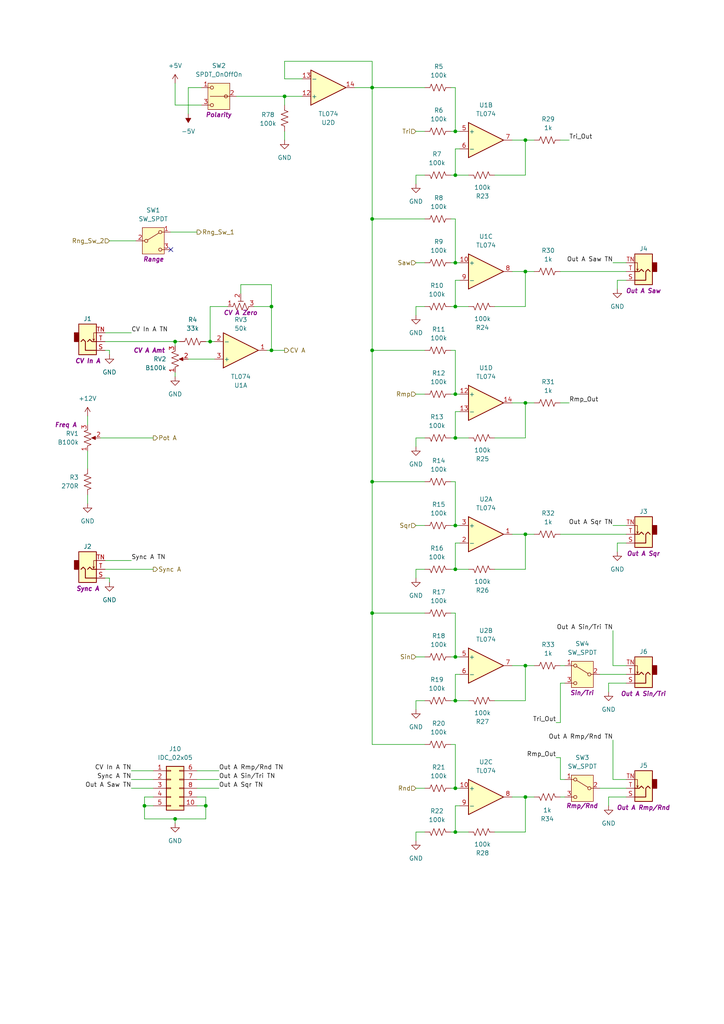
<source format=kicad_sch>
(kicad_sch (version 20250114) (generator "eeschema") (generator_version "9.0")
  (paper "A4" portrait)
  (title_block (company "DMH Instruments") (comment 1 "PCB for 10cm Kosmo format synthesizer module"))
  (lib_symbols
    (symbol "Amplifier_Operational:TL074" (pin_names (offset 0.127))
      (property "Reference" "U" (at 0 5.08 0))
      (property "Value" "TL074" (at 0 -5.08 0))
      (symbol "TL074_1_1"
        (polyline (pts (xy -5.08 5.08) (xy 5.08 0) (xy -5.08 -5.08) (xy -5.08 5.08)) (stroke (width 0.254)) (fill (type background)))
        (pin input line (at -7.62 2.54 0) (length 2.54) (name "+") (number "3"))
        (pin input line (at -7.62 -2.54 0) (length 2.54) (name "-") (number "2"))
        (pin output line (at 7.62 0 180) (length 2.54) (name "~") (number "1"))
      )
      (symbol "TL074_2_1"
        (polyline (pts (xy -5.08 5.08) (xy 5.08 0) (xy -5.08 -5.08) (xy -5.08 5.08)) (stroke (width 0.254)) (fill (type background)))
        (pin input line (at -7.62 2.54 0) (length 2.54) (name "+") (number "5"))
        (pin input line (at -7.62 -2.54 0) (length 2.54) (name "-") (number "6"))
        (pin output line (at 7.62 0 180) (length 2.54) (name "~") (number "7"))
      )
      (symbol "TL074_3_1"
        (polyline (pts (xy -5.08 5.08) (xy 5.08 0) (xy -5.08 -5.08) (xy -5.08 5.08)) (stroke (width 0.254)) (fill (type background)))
        (pin input line (at -7.62 2.54 0) (length 2.54) (name "+") (number "10"))
        (pin input line (at -7.62 -2.54 0) (length 2.54) (name "-") (number "9"))
        (pin output line (at 7.62 0 180) (length 2.54) (name "~") (number "8"))
      )
      (symbol "TL074_4_1"
        (polyline (pts (xy -5.08 5.08) (xy 5.08 0) (xy -5.08 -5.08) (xy -5.08 5.08)) (stroke (width 0.254)) (fill (type background)))
        (pin input line (at -7.62 2.54 0) (length 2.54) (name "+") (number "12"))
        (pin input line (at -7.62 -2.54 0) (length 2.54) (name "-") (number "13"))
        (pin output line (at 7.62 0 180) (length 2.54) (name "~") (number "14"))
      )
      (symbol "TL074_5_1"
        (pin power_in line (at -2.54 7.62 270) (length 3.81) (name "V+") (number "4"))
        (pin power_in line (at -2.54 -7.62 90) (length 3.81) (name "V-") (number "11"))
      )
    )
    (symbol "Device:R_Potentiometer_Trim_US" (pin_names (offset 1.016) (hide yes))
      (property "Reference" "RV" (at -4.445 0 90))
      (property "Value" "R_Potentiometer_Trim_US" (at -2.54 0 90))
      (symbol "R_Potentiometer_Trim_US_0_1"
        (polyline (pts (xy 0 2.286) (xy 0 2.54)))
        (polyline (pts (xy 0 2.286) (xy 1.016 1.905) (xy 0 1.524) (xy -1.016 1.143) (xy 0 0.762)))
        (polyline (pts (xy 0 0.762) (xy 1.016 0.381) (xy 0 0) (xy -1.016 -0.381) (xy 0 -0.762)))
        (polyline (pts (xy 0 -0.762) (xy 1.016 -1.143) (xy 0 -1.524) (xy -1.016 -1.905) (xy 0 -2.286)))
        (polyline (pts (xy 0 -2.286) (xy 0 -2.54)))
        (polyline (pts (xy 1.524 0.762) (xy 1.524 -0.762)))
        (polyline (pts (xy 2.54 0) (xy 1.524 0)))
      )
      (symbol "R_Potentiometer_Trim_US_1_1"
        (pin passive line (at 0 3.81 270) (length 1.27) (name "1") (number "1"))
        (pin passive line (at 0 -3.81 90) (length 1.27) (name "3") (number "3"))
        (pin passive line (at 3.81 0 180) (length 1.27) (name "2") (number "2"))
      )
    )
    (symbol "Device:R_Potentiometer_US" (pin_names (offset 1.016) (hide yes))
      (property "Reference" "RV" (at -4.445 0 90))
      (property "Value" "R_Potentiometer_US" (at -2.54 0 90))
      (symbol "R_Potentiometer_US_0_1"
        (polyline (pts (xy 0 2.54) (xy 0 2.286)))
        (polyline (pts (xy 0 2.286) (xy 1.016 1.905) (xy 0 1.524) (xy -1.016 1.143) (xy 0 0.762)))
        (polyline (pts (xy 0 0.762) (xy 1.016 0.381) (xy 0 0) (xy -1.016 -0.381) (xy 0 -0.762)))
        (polyline (pts (xy 0 -0.762) (xy 1.016 -1.143) (xy 0 -1.524) (xy -1.016 -1.905) (xy 0 -2.286)))
        (polyline (pts (xy 0 -2.286) (xy 0 -2.54)))
        (polyline (pts (xy 1.143 0) (xy 2.286 0.508) (xy 2.286 -0.508) (xy 1.143 0)) (fill (type outline)))
        (polyline (pts (xy 2.54 0) (xy 1.524 0)))
      )
      (symbol "R_Potentiometer_US_1_1"
        (pin passive line (at 0 3.81 270) (length 1.27) (name "1") (number "1"))
        (pin passive line (at 0 -3.81 90) (length 1.27) (name "3") (number "3"))
        (pin passive line (at 3.81 0 180) (length 1.27) (name "2") (number "2"))
      )
    )
    (symbol "Device:R_US" (pin_numbers (hide yes)) (pin_names (offset 0))
      (property "Reference" "R" (at 2.54 0 90))
      (property "Value" "R_US" (at -2.54 0 90))
      (symbol "R_US_0_1"
        (polyline (pts (xy 0 2.286) (xy 0 2.54)))
        (polyline (pts (xy 0 2.286) (xy 1.016 1.905) (xy 0 1.524) (xy -1.016 1.143) (xy 0 0.762)))
        (polyline (pts (xy 0 0.762) (xy 1.016 0.381) (xy 0 0) (xy -1.016 -0.381) (xy 0 -0.762)))
        (polyline (pts (xy 0 -0.762) (xy 1.016 -1.143) (xy 0 -1.524) (xy -1.016 -1.905) (xy 0 -2.286)))
        (polyline (pts (xy 0 -2.286) (xy 0 -2.54)))
      )
      (symbol "R_US_1_1"
        (pin passive line (at 0 3.81 270) (length 1.27) (name "~") (number "1"))
        (pin passive line (at 0 -3.81 90) (length 1.27) (name "~") (number "2"))
      )
    )
    (symbol "Switch:SW_SPDT" (pin_names (offset 0) (hide yes))
      (property "Reference" "SW" (at 0 5.08 0))
      (property "Value" "SW_SPDT" (at 0 -5.08 0))
      (symbol "SW_SPDT_0_1"
        (circle (center -2.032 0) (radius 0.4572))
        (polyline (pts (xy -1.651 0.254) (xy 1.651 2.286)))
        (circle (center 2.032 2.54) (radius 0.4572))
        (circle (center 2.032 -2.54) (radius 0.4572))
      )
      (symbol "SW_SPDT_1_1"
        (rectangle (start -3.175 3.81) (end 3.175 -3.81) (fill (type background)))
        (pin passive line (at -5.08 0 0) (length 2.54) (name "B") (number "2"))
        (pin passive line (at 5.08 2.54 180) (length 2.54) (name "A") (number "1"))
        (pin passive line (at 5.08 -2.54 180) (length 2.54) (name "C") (number "3"))
      )
    )
    (symbol "SynthStuff:BackBone_Connector_10Pin" (pin_names (offset 1.016) (hide yes))
      (property "Reference" "J" (at 0 -10.922 0))
      (property "Value" "IDC_02x05" (at 0 -8.382 0))
      (symbol "BackBone_Connector_10Pin_1_1"
        (rectangle (start -2.54 6.35) (end 2.54 -6.35) (stroke (width 0.254)) (fill (type background)))
        (rectangle (start -2.54 5.207) (end -1.27 4.953) (stroke (width 0.1524)))
        (rectangle (start -2.54 2.667) (end -1.27 2.413) (stroke (width 0.1524)))
        (rectangle (start -2.54 0.127) (end -1.27 -0.127) (stroke (width 0.1524)))
        (rectangle (start -2.54 -2.413) (end -1.27 -2.667) (stroke (width 0.1524)))
        (rectangle (start -2.54 -4.953) (end -1.27 -5.207) (stroke (width 0.1524)))
        (rectangle (start 2.54 5.207) (end 1.27 4.953) (stroke (width 0.1524)))
        (rectangle (start 2.54 2.667) (end 1.27 2.413) (stroke (width 0.1524)))
        (rectangle (start 2.54 0.127) (end 1.27 -0.127) (stroke (width 0.1524)))
        (rectangle (start 2.54 -2.413) (end 1.27 -2.667) (stroke (width 0.1524)))
        (rectangle (start 2.54 -4.953) (end 1.27 -5.207) (stroke (width 0.1524)))
        (pin passive line (at -6.35 5.08 0) (length 3.81) (name "Pin_1") (number "1"))
        (pin passive line (at -6.35 2.54 0) (length 3.81) (name "Pin_2") (number "2"))
        (pin passive line (at -6.35 0 0) (length 3.81) (name "Pin_3") (number "3"))
        (pin passive line (at -6.35 -2.54 0) (length 3.81) (name "Pin_4") (number "4"))
        (pin passive line (at -6.35 -5.08 0) (length 3.81) (name "Pin_5") (number "5"))
        (pin passive line (at 6.35 5.08 180) (length 3.81) (name "Pin_6") (number "6"))
        (pin passive line (at 6.35 2.54 180) (length 3.81) (name "Pin_7") (number "7"))
        (pin passive line (at 6.35 0 180) (length 3.81) (name "Pin_8") (number "8"))
        (pin passive line (at 6.35 -2.54 180) (length 3.81) (name "Pin_9") (number "9"))
        (pin passive line (at 6.35 -5.08 180) (length 3.81) (name "Pin_10") (number "10"))
      )
    )
    (symbol "SynthStuff:SW_SPDT_OnOffOn" (pin_names (offset 0) (hide yes))
      (property "Reference" "SW" (at 0 5.08 0))
      (property "Value" "SPDT_OnOffOn" (at 0 -5.08 0))
      (symbol "SW_SPDT_OnOffOn_0_1"
        (polyline (pts (xy -2.54 0) (xy 2.54 0)))
        (circle (center -2.032 0) (radius 0.4572))
        (circle (center 2.032 2.54) (radius 0.4572))
        (circle (center 2.032 -2.54) (radius 0.4572))
      )
      (symbol "SW_SPDT_OnOffOn_1_1"
        (rectangle (start -3.175 3.81) (end 3.175 -3.81) (fill (type background)))
        (pin passive line (at -5.08 0 0) (length 2.54) (name "B") (number "2"))
        (pin passive line (at 5.08 2.54 180) (length 2.54) (name "A") (number "1"))
        (pin passive line (at 5.08 -2.54 180) (length 2.54) (name "C") (number "3"))
      )
    )
    (symbol "SynthStuff:TS_Jack_6.35mm_Sw"
      (property "Reference" "J" (at -0.635 8.89 0))
      (property "Value" "TS_Jack_6.35mm_Sw" (at -0.635 6.35 0))
      (symbol "TS_Jack_6.35mm_Sw_0_1"
        (rectangle (start -2.54 0) (end -3.81 -2.54) (stroke (width 0.254)) (fill (type outline)))
        (polyline (pts (xy 0 0) (xy 0.635 -0.635) (xy 1.27 0) (xy 2.54 0)) (stroke (width 0.254)))
        (polyline (pts (xy 1.778 -0.254) (xy 2.032 -0.762)))
        (rectangle (start 2.54 3.81) (end -2.54 -5.08) (stroke (width 0.254)) (fill (type background)))
        (polyline (pts (xy 2.54 2.54) (xy -0.635 2.54) (xy -0.635 0) (xy -1.27 -0.635) (xy -1.905 0)) (stroke (width 0.254)))
        (polyline (pts (xy 2.54 -2.54) (xy 1.778 -2.54) (xy 1.778 -0.254) (xy 1.524 -0.762)))
      )
      (symbol "TS_Jack_6.35mm_Sw_1_1"
        (pin passive line (at 5.08 2.54 180) (length 2.54) (name "~") (number "S"))
        (pin passive line (at 5.08 0 180) (length 2.54) (name "~") (number "T"))
        (pin passive line (at 5.08 -2.54 180) (length 2.54) (name "~") (number "TN"))
      )
    )
    (symbol "power:+12V" (power) (pin_numbers (hide yes)) (pin_names (offset 0) (hide yes))
      (property "Value" "+12V" (at 0 3.556 0))
      (symbol "+12V_0_1"
        (polyline (pts (xy -0.762 1.27) (xy 0 2.54)))
        (polyline (pts (xy 0 2.54) (xy 0.762 1.27)))
        (polyline (pts (xy 0 0) (xy 0 2.54)))
      )
      (symbol "+12V_1_1"
        (pin power_in line (at 0 0 90) (length 0) (name "~") (number "1"))
      )
    )
    (symbol "power:+5V" (power) (pin_numbers (hide yes)) (pin_names (offset 0) (hide yes))
      (property "Value" "+5V" (at 0 3.556 0))
      (symbol "+5V_0_1"
        (polyline (pts (xy -0.762 1.27) (xy 0 2.54)))
        (polyline (pts (xy 0 2.54) (xy 0.762 1.27)))
        (polyline (pts (xy 0 0) (xy 0 2.54)))
      )
      (symbol "+5V_1_1"
        (pin power_in line (at 0 0 90) (length 0) (name "~") (number "1"))
      )
    )
    (symbol "power:-5V" (power) (pin_numbers (hide yes)) (pin_names (offset 0) (hide yes))
      (property "Value" "-5V" (at 0 3.556 0))
      (symbol "-5V_0_0"
        (pin power_in line (at 0 0 90) (length 0) (name "~") (number "1"))
      )
      (symbol "-5V_0_1"
        (polyline (pts (xy 0 0) (xy 0 1.27) (xy 0.762 1.27) (xy 0 2.54) (xy -0.762 1.27) (xy 0 1.27)) (fill (type outline)))
      )
    )
    (symbol "power:GND" (power) (pin_numbers (hide yes)) (pin_names (offset 0) (hide yes))
      (property "Value" "GND" (at 0 -3.81 0))
      (symbol "GND_0_1"
        (polyline (pts (xy 0 0) (xy 0 -1.27) (xy 1.27 -1.27) (xy 0 -2.54) (xy -1.27 -1.27) (xy 0 -1.27)))
      )
      (symbol "GND_1_1"
        (pin power_in line (at 0 0 270) (length 0) (name "~") (number "1"))
      )
    )
  )
  (junction (at 152.4 193.04))
  (junction (at 107.95 63.5))
  (junction (at 82.55 27.94))
  (junction (at 50.8 237.49))
  (junction (at 107.95 177.8))
  (junction (at 107.95 25.4))
  (junction (at 60.96 99.06))
  (junction (at 132.08 38.1))
  (junction (at 152.4 154.94))
  (junction (at 132.08 165.1))
  (junction (at 50.8 99.06))
  (junction (at 107.95 101.6))
  (junction (at 78.74 88.9))
  (junction (at 132.08 241.3))
  (junction (at 132.08 203.2))
  (junction (at 59.69 233.68))
  (junction (at 132.08 127))
  (junction (at 152.4 231.14))
  (junction (at 152.4 116.84))
  (junction (at 132.08 152.4))
  (junction (at 107.95 139.7))
  (junction (at 132.08 88.9))
  (junction (at 78.74 101.6))
  (junction (at 152.4 78.74))
  (junction (at 132.08 76.2))
  (junction (at 132.08 50.8))
  (junction (at 132.08 114.3))
  (junction (at 41.91 233.68))
  (junction (at 132.08 228.6))
  (junction (at 152.4 40.64))
  (junction (at 132.08 190.5))
  (no_connect (at 49.53 72.39))
  (wire (pts (xy 25.4 143.51) (xy 25.4 146.05)))
  (wire (pts (xy 120.65 203.2) (xy 120.65 205.74)))
  (wire (pts (xy 154.94 193.04) (xy 152.4 193.04)))
  (wire (pts (xy 130.81 127) (xy 132.08 127)))
  (wire (pts (xy 132.08 114.3) (xy 133.35 114.3)))
  (wire (pts (xy 59.69 233.68) (xy 59.69 237.49)))
  (wire (pts (xy 50.8 24.13) (xy 50.8 30.48)))
  (wire (pts (xy 107.95 63.5) (xy 107.95 101.6)))
  (wire (pts (xy 162.56 78.74) (xy 181.61 78.74)))
  (wire (pts (xy 179.07 157.48) (xy 179.07 160.02)))
  (wire (pts (xy 78.74 101.6) (xy 77.47 101.6)))
  (wire (pts (xy 162.56 116.84) (xy 165.1 116.84)))
  (wire (pts (xy 132.08 233.68) (xy 133.35 233.68)))
  (wire (pts (xy 123.19 177.8) (xy 107.95 177.8)))
  (wire (pts (xy 69.85 85.09) (xy 69.85 82.55)))
  (wire (pts (xy 176.53 198.12) (xy 176.53 200.66)))
  (wire (pts (xy 132.08 88.9) (xy 132.08 81.28)))
  (wire (pts (xy 181.61 226.06) (xy 177.8 226.06)))
  (wire (pts (xy 49.53 67.31) (xy 57.15 67.31)))
  (wire (pts (xy 173.99 228.6) (xy 181.61 228.6)))
  (wire (pts (xy 148.59 231.14) (xy 152.4 231.14)))
  (wire (pts (xy 148.59 154.94) (xy 152.4 154.94)))
  (wire (pts (xy 60.96 99.06) (xy 62.23 99.06)))
  (wire (pts (xy 148.59 116.84) (xy 152.4 116.84)))
  (wire (pts (xy 176.53 231.14) (xy 176.53 233.68)))
  (wire (pts (xy 130.81 228.6) (xy 132.08 228.6)))
  (wire (pts (xy 30.48 162.56) (xy 38.1 162.56)))
  (wire (pts (xy 120.65 241.3) (xy 123.19 241.3)))
  (wire (pts (xy 162.56 209.55) (xy 162.56 198.12)))
  (wire (pts (xy 162.56 226.06) (xy 163.83 226.06)))
  (wire (pts (xy 57.15 223.52) (xy 63.5 223.52)))
  (wire (pts (xy 120.65 88.9) (xy 120.65 91.44)))
  (wire (pts (xy 161.29 209.55) (xy 162.56 209.55)))
  (wire (pts (xy 120.65 127) (xy 120.65 129.54)))
  (wire (pts (xy 132.08 119.38) (xy 133.35 119.38)))
  (wire (pts (xy 181.61 231.14) (xy 176.53 231.14)))
  (wire (pts (xy 58.42 30.48) (xy 50.8 30.48)))
  (wire (pts (xy 130.81 190.5) (xy 132.08 190.5)))
  (wire (pts (xy 152.4 88.9) (xy 143.51 88.9)))
  (wire (pts (xy 50.8 237.49) (xy 50.8 238.76)))
  (wire (pts (xy 130.81 88.9) (xy 132.08 88.9)))
  (wire (pts (xy 132.08 139.7) (xy 132.08 152.4)))
  (wire (pts (xy 25.4 120.65) (xy 25.4 123.19)))
  (wire (pts (xy 123.19 139.7) (xy 107.95 139.7)))
  (wire (pts (xy 31.75 102.87) (xy 31.75 101.6)))
  (wire (pts (xy 177.8 152.4) (xy 181.61 152.4)))
  (wire (pts (xy 132.08 81.28) (xy 133.35 81.28)))
  (wire (pts (xy 132.08 241.3) (xy 132.08 233.68)))
  (wire (pts (xy 29.21 127) (xy 44.45 127)))
  (wire (pts (xy 132.08 50.8) (xy 132.08 43.18)))
  (wire (pts (xy 152.4 193.04) (xy 152.4 203.2)))
  (wire (pts (xy 38.1 226.06) (xy 44.45 226.06)))
  (wire (pts (xy 148.59 193.04) (xy 152.4 193.04)))
  (wire (pts (xy 130.81 38.1) (xy 132.08 38.1)))
  (wire (pts (xy 120.65 152.4) (xy 123.19 152.4)))
  (wire (pts (xy 132.08 63.5) (xy 132.08 76.2)))
  (wire (pts (xy 154.94 154.94) (xy 152.4 154.94)))
  (wire (pts (xy 132.08 165.1) (xy 135.89 165.1)))
  (wire (pts (xy 82.55 38.1) (xy 82.55 40.64)))
  (wire (pts (xy 120.65 88.9) (xy 123.19 88.9)))
  (wire (pts (xy 57.15 233.68) (xy 59.69 233.68)))
  (wire (pts (xy 132.08 43.18) (xy 133.35 43.18)))
  (wire (pts (xy 68.58 27.94) (xy 82.55 27.94)))
  (wire (pts (xy 107.95 101.6) (xy 123.19 101.6)))
  (wire (pts (xy 82.55 27.94) (xy 82.55 30.48)))
  (wire (pts (xy 132.08 25.4) (xy 132.08 38.1)))
  (wire (pts (xy 162.56 219.71) (xy 162.56 226.06)))
  (wire (pts (xy 41.91 231.14) (xy 41.91 233.68)))
  (wire (pts (xy 30.48 165.1) (xy 44.45 165.1)))
  (wire (pts (xy 152.4 231.14) (xy 152.4 241.3)))
  (wire (pts (xy 41.91 233.68) (xy 41.91 237.49)))
  (wire (pts (xy 44.45 231.14) (xy 41.91 231.14)))
  (wire (pts (xy 30.48 99.06) (xy 50.8 99.06)))
  (wire (pts (xy 132.08 127) (xy 132.08 119.38)))
  (wire (pts (xy 132.08 177.8) (xy 132.08 190.5)))
  (wire (pts (xy 162.56 231.14) (xy 163.83 231.14)))
  (wire (pts (xy 60.96 88.9) (xy 60.96 99.06)))
  (wire (pts (xy 152.4 50.8) (xy 143.51 50.8)))
  (wire (pts (xy 148.59 40.64) (xy 152.4 40.64)))
  (wire (pts (xy 132.08 38.1) (xy 133.35 38.1)))
  (wire (pts (xy 50.8 99.06) (xy 50.8 100.33)))
  (wire (pts (xy 82.55 27.94) (xy 87.63 27.94)))
  (wire (pts (xy 25.4 130.81) (xy 25.4 135.89)))
  (wire (pts (xy 120.65 127) (xy 123.19 127)))
  (wire (pts (xy 31.75 168.91) (xy 31.75 167.64)))
  (wire (pts (xy 123.19 63.5) (xy 107.95 63.5)))
  (wire (pts (xy 57.15 228.6) (xy 63.5 228.6)))
  (wire (pts (xy 107.95 17.78) (xy 107.95 25.4)))
  (wire (pts (xy 58.42 25.4) (xy 54.61 25.4)))
  (wire (pts (xy 78.74 101.6) (xy 82.55 101.6)))
  (wire (pts (xy 123.19 215.9) (xy 107.95 215.9)))
  (wire (pts (xy 107.95 139.7) (xy 107.95 177.8)))
  (wire (pts (xy 181.61 198.12) (xy 176.53 198.12)))
  (wire (pts (xy 41.91 237.49) (xy 50.8 237.49)))
  (wire (pts (xy 132.08 241.3) (xy 135.89 241.3)))
  (wire (pts (xy 148.59 78.74) (xy 152.4 78.74)))
  (wire (pts (xy 132.08 50.8) (xy 135.89 50.8)))
  (wire (pts (xy 59.69 231.14) (xy 59.69 233.68)))
  (wire (pts (xy 152.4 165.1) (xy 143.51 165.1)))
  (wire (pts (xy 132.08 203.2) (xy 132.08 195.58)))
  (wire (pts (xy 130.81 139.7) (xy 132.08 139.7)))
  (wire (pts (xy 177.8 193.04) (xy 181.61 193.04)))
  (wire (pts (xy 107.95 101.6) (xy 107.95 139.7)))
  (wire (pts (xy 120.65 50.8) (xy 123.19 50.8)))
  (wire (pts (xy 132.08 101.6) (xy 132.08 114.3)))
  (wire (pts (xy 130.81 152.4) (xy 132.08 152.4)))
  (wire (pts (xy 50.8 99.06) (xy 52.07 99.06)))
  (wire (pts (xy 162.56 154.94) (xy 181.61 154.94)))
  (wire (pts (xy 120.65 228.6) (xy 123.19 228.6)))
  (wire (pts (xy 78.74 82.55) (xy 78.74 88.9)))
  (wire (pts (xy 31.75 167.64) (xy 30.48 167.64)))
  (wire (pts (xy 130.81 177.8) (xy 132.08 177.8)))
  (wire (pts (xy 181.61 157.48) (xy 179.07 157.48)))
  (wire (pts (xy 173.99 195.58) (xy 181.61 195.58)))
  (wire (pts (xy 152.4 116.84) (xy 152.4 127)))
  (wire (pts (xy 69.85 82.55) (xy 78.74 82.55)))
  (wire (pts (xy 179.07 81.28) (xy 179.07 83.82)))
  (wire (pts (xy 50.8 237.49) (xy 59.69 237.49)))
  (wire (pts (xy 132.08 152.4) (xy 133.35 152.4)))
  (wire (pts (xy 31.75 69.85) (xy 39.37 69.85)))
  (wire (pts (xy 132.08 165.1) (xy 132.08 157.48)))
  (wire (pts (xy 132.08 215.9) (xy 132.08 228.6)))
  (wire (pts (xy 154.94 116.84) (xy 152.4 116.84)))
  (wire (pts (xy 82.55 22.86) (xy 82.55 17.78)))
  (wire (pts (xy 132.08 127) (xy 135.89 127)))
  (wire (pts (xy 107.95 63.5) (xy 107.95 25.4)))
  (wire (pts (xy 161.29 219.71) (xy 162.56 219.71)))
  (wire (pts (xy 54.61 104.14) (xy 62.23 104.14)))
  (wire (pts (xy 130.81 63.5) (xy 132.08 63.5)))
  (wire (pts (xy 132.08 203.2) (xy 135.89 203.2)))
  (wire (pts (xy 60.96 88.9) (xy 66.04 88.9)))
  (wire (pts (xy 130.81 215.9) (xy 132.08 215.9)))
  (wire (pts (xy 82.55 17.78) (xy 107.95 17.78)))
  (wire (pts (xy 107.95 25.4) (xy 123.19 25.4)))
  (wire (pts (xy 38.1 228.6) (xy 44.45 228.6)))
  (wire (pts (xy 38.1 223.52) (xy 44.45 223.52)))
  (wire (pts (xy 152.4 241.3) (xy 143.51 241.3)))
  (wire (pts (xy 132.08 228.6) (xy 133.35 228.6)))
  (wire (pts (xy 57.15 226.06) (xy 63.5 226.06)))
  (wire (pts (xy 132.08 157.48) (xy 133.35 157.48)))
  (wire (pts (xy 59.69 99.06) (xy 60.96 99.06)))
  (wire (pts (xy 120.65 114.3) (xy 123.19 114.3)))
  (wire (pts (xy 120.65 190.5) (xy 123.19 190.5)))
  (wire (pts (xy 130.81 76.2) (xy 132.08 76.2)))
  (wire (pts (xy 73.66 88.9) (xy 78.74 88.9)))
  (wire (pts (xy 152.4 40.64) (xy 152.4 50.8)))
  (wire (pts (xy 177.8 76.2) (xy 181.61 76.2)))
  (wire (pts (xy 120.65 50.8) (xy 120.65 53.34)))
  (wire (pts (xy 78.74 88.9) (xy 78.74 101.6)))
  (wire (pts (xy 87.63 22.86) (xy 82.55 22.86)))
  (wire (pts (xy 57.15 231.14) (xy 59.69 231.14)))
  (wire (pts (xy 152.4 78.74) (xy 152.4 88.9)))
  (wire (pts (xy 177.8 226.06) (xy 177.8 214.63)))
  (wire (pts (xy 130.81 203.2) (xy 132.08 203.2)))
  (wire (pts (xy 31.75 101.6) (xy 30.48 101.6)))
  (wire (pts (xy 154.94 40.64) (xy 152.4 40.64)))
  (wire (pts (xy 152.4 203.2) (xy 143.51 203.2)))
  (wire (pts (xy 30.48 96.52) (xy 38.1 96.52)))
  (wire (pts (xy 102.87 25.4) (xy 107.95 25.4)))
  (wire (pts (xy 162.56 40.64) (xy 165.1 40.64)))
  (wire (pts (xy 132.08 76.2) (xy 133.35 76.2)))
  (wire (pts (xy 41.91 233.68) (xy 44.45 233.68)))
  (wire (pts (xy 132.08 190.5) (xy 133.35 190.5)))
  (wire (pts (xy 120.65 76.2) (xy 123.19 76.2)))
  (wire (pts (xy 130.81 241.3) (xy 132.08 241.3)))
  (wire (pts (xy 107.95 215.9) (xy 107.95 177.8)))
  (wire (pts (xy 181.61 81.28) (xy 179.07 81.28)))
  (wire (pts (xy 152.4 127) (xy 143.51 127)))
  (wire (pts (xy 130.81 50.8) (xy 132.08 50.8)))
  (wire (pts (xy 120.65 241.3) (xy 120.65 243.84)))
  (wire (pts (xy 132.08 88.9) (xy 135.89 88.9)))
  (wire (pts (xy 130.81 165.1) (xy 132.08 165.1)))
  (wire (pts (xy 120.65 165.1) (xy 120.65 167.64)))
  (wire (pts (xy 177.8 182.88) (xy 177.8 193.04)))
  (wire (pts (xy 132.08 195.58) (xy 133.35 195.58)))
  (wire (pts (xy 120.65 38.1) (xy 123.19 38.1)))
  (wire (pts (xy 120.65 165.1) (xy 123.19 165.1)))
  (wire (pts (xy 120.65 203.2) (xy 123.19 203.2)))
  (wire (pts (xy 130.81 25.4) (xy 132.08 25.4)))
  (wire (pts (xy 50.8 107.95) (xy 50.8 109.22)))
  (wire (pts (xy 130.81 114.3) (xy 132.08 114.3)))
  (wire (pts (xy 152.4 154.94) (xy 152.4 165.1)))
  (wire (pts (xy 154.94 78.74) (xy 152.4 78.74)))
  (wire (pts (xy 154.94 231.14) (xy 152.4 231.14)))
  (wire (pts (xy 162.56 193.04) (xy 163.83 193.04)))
  (wire (pts (xy 162.56 198.12) (xy 163.83 198.12)))
  (wire (pts (xy 54.61 25.4) (xy 54.61 33.02)))
  (wire (pts (xy 130.81 101.6) (xy 132.08 101.6)))
  (label "Out A Sin{slash}Tri TN" (at 177.8 182.88 180))
  (label "Rmp_Out" (at 161.29 219.71 180))
  (label "Out A Rmp{slash}Rnd TN" (at 63.5 223.52 0))
  (label "Tri_Out" (at 161.29 209.55 180))
  (label "Out A Rmp{slash}Rnd TN" (at 177.8 214.63 180))
  (label "Out A Sqr TN" (at 177.8 152.4 180))
  (label "Out A Saw TN" (at 177.8 76.2 180))
  (label "Out A Sqr TN" (at 63.5 228.6 0))
  (label "Out A Sin{slash}Tri TN" (at 63.5 226.06 0))
  (label "Out A Saw TN" (at 38.1 228.6 180))
  (label "Sync A TN" (at 38.1 162.56 0))
  (label "Sync A TN" (at 38.1 226.06 180))
  (label "Tri_Out" (at 165.1 40.64 0))
  (label "CV In A TN" (at 38.1 223.52 180))
  (label "CV In A TN" (at 38.1 96.52 0))
  (label "Rmp_Out" (at 165.1 116.84 0))
  (hierarchical_label "Saw" (shape input) (at 120.65 76.2 180))
  (hierarchical_label "Sqr" (shape input) (at 120.65 152.4 180))
  (hierarchical_label "Rmp" (shape input) (at 120.65 114.3 180))
  (hierarchical_label "Pot A" (shape output) (at 44.45 127 0))
  (hierarchical_label "Sync A" (shape output) (at 44.45 165.1 0))
  (hierarchical_label "Rnd" (shape input) (at 120.65 228.6 180))
  (hierarchical_label "Rng_Sw_2" (shape input) (at 31.75 69.85 180))
  (hierarchical_label "Rng_Sw_1" (shape output) (at 57.15 67.31 0))
  (hierarchical_label "Sin" (shape input) (at 120.65 190.5 180))
  (hierarchical_label "Tri" (shape input) (at 120.65 38.1 180))
  (hierarchical_label "CV A" (shape output) (at 82.55 101.6 0))
  (symbol (lib_id "Device:R_US") (at 158.75 78.74 90) (unit 1) (on_board no)
    (property "Reference" "R30" (at 159.004 72.644 90))
    (property "Value" "1k" (at 159.004 75.184 90))
    (property "Footprint" "Resistor_THT:R_Axial_DIN0207_L6.3mm_D2.5mm_P7.62mm_Horizontal" (effects (hide yes)))
    (property "Description" "Resistor, US symbol" (effects (hide yes)))
  )
  (symbol (lib_id "Amplifier_Operational:TL074") (at 140.97 154.94 0) (unit 1)
    (property "Reference" "U2" (at 140.97 144.78 0))
    (property "Value" "TL074" (at 140.97 147.32 0))
    (property "Footprint" "Package_DIP:DIP-14_W7.62mm_Socket" (effects (hide yes)))
    (property "Datasheet" "http://www.ti.com/lit/ds/symlink/tl071.pdf" (effects (hide yes)))
    (property "Description" "Quad Low-Noise JFET-Input Operational Amplifiers, DIP-14/SOIC-14" (effects (hide yes)))
  )
  (symbol (lib_id "Switch:SW_SPDT") (at 168.91 228.6 0) (mirror y) (unit 1)
    (property "Reference" "SW3" (at 168.91 219.71 0))
    (property "Value" "SW_SPDT" (at 168.91 222.25 0))
    (property "Footprint" "SynthStuff:Toggle_Switch_TE" (effects (hide yes)))
    (property "Description" "Switch, single pole double throw" (effects (hide yes)))
    (property "Function" "Rmp/Rnd" (at 168.91 233.68 0) (effects (font (thickness 0.254) (bold yes) (italic yes))))
  )
  (symbol (lib_id "Device:R_US") (at 127 241.3 270) (mirror x) (unit 1) (on_board no)
    (property "Reference" "R22" (at 126.746 235.204 90))
    (property "Value" "100k" (at 126.746 237.744 90))
    (property "Footprint" "Resistor_THT:R_Axial_DIN0207_L6.3mm_D2.5mm_P7.62mm_Horizontal" (effects (hide yes)))
    (property "Description" "Resistor, US symbol" (effects (hide yes)))
  )
  (symbol (lib_id "Device:R_Potentiometer_Trim_US") (at 69.85 88.9 90) (unit 1) (on_board no)
    (property "Reference" "RV3" (at 69.85 92.71 90))
    (property "Value" "50k" (at 69.85 95.25 90))
    (property "Footprint" "Potentiometer_THT:Potentiometer_Bourns_3296X_Horizontal" (effects (hide yes)))
    (property "Description" "Trim-potentiometer, US symbol" (effects (hide yes)))
    (property "Function" "CV A Zero" (at 69.85 90.678 90) (effects (font (thickness 0.254) (bold yes) (italic yes))))
  )
  (symbol (lib_id "Device:R_US") (at 127 139.7 90) (unit 1) (on_board no)
    (property "Reference" "R14" (at 127.254 133.604 90))
    (property "Value" "100k" (at 127.254 136.144 90))
    (property "Footprint" "Resistor_THT:R_Axial_DIN0207_L6.3mm_D2.5mm_P7.62mm_Horizontal" (effects (hide yes)))
    (property "Description" "Resistor, US symbol" (effects (hide yes)))
  )
  (symbol (lib_id "power:GND") (at 179.07 160.02 0) (unit 1) (on_board no)
    (property "Reference" "#PWR034" (effects (hide yes)))
    (property "Value" "GND" (at 179.07 165.1 0))
    (property "Description" "Power symbol creates a global label with name \"GND\" , ground" (effects (hide yes)))
  )
  (symbol (lib_id "power:GND") (at 120.65 205.74 0) (unit 1) (on_board no)
    (property "Reference" "#PWR029" (effects (hide yes)))
    (property "Value" "GND" (at 120.65 210.82 0))
    (property "Description" "Power symbol creates a global label with name \"GND\" , ground" (effects (hide yes)))
  )
  (symbol (lib_id "Device:R_US") (at 127 25.4 90) (unit 1) (on_board no)
    (property "Reference" "R5" (at 127.254 19.304 90))
    (property "Value" "100k" (at 127.254 21.844 90))
    (property "Footprint" "Resistor_THT:R_Axial_DIN0207_L6.3mm_D2.5mm_P7.62mm_Horizontal" (effects (hide yes)))
    (property "Description" "Resistor, US symbol" (effects (hide yes)))
  )
  (symbol (lib_id "Device:R_US") (at 158.75 116.84 90) (unit 1) (on_board no)
    (property "Reference" "R31" (at 159.004 110.744 90))
    (property "Value" "1k" (at 159.004 113.284 90))
    (property "Footprint" "Resistor_THT:R_Axial_DIN0207_L6.3mm_D2.5mm_P7.62mm_Horizontal" (effects (hide yes)))
    (property "Description" "Resistor, US symbol" (effects (hide yes)))
  )
  (symbol (lib_id "Device:R_US") (at 127 215.9 90) (unit 1) (on_board no)
    (property "Reference" "R20" (at 127.254 209.804 90))
    (property "Value" "100k" (at 127.254 212.344 90))
    (property "Footprint" "Resistor_THT:R_Axial_DIN0207_L6.3mm_D2.5mm_P7.62mm_Horizontal" (effects (hide yes)))
    (property "Description" "Resistor, US symbol" (effects (hide yes)))
  )
  (symbol (lib_id "power:GND") (at 120.65 53.34 0) (unit 1) (on_board no)
    (property "Reference" "#PWR025" (effects (hide yes)))
    (property "Value" "GND" (at 120.65 58.42 0))
    (property "Description" "Power symbol creates a global label with name \"GND\" , ground" (effects (hide yes)))
  )
  (symbol (lib_id "power:GND") (at 25.4 146.05 0) (unit 1) (on_board no)
    (property "Reference" "#PWR019" (effects (hide yes)))
    (property "Value" "GND" (at 25.4 151.13 0))
    (property "Description" "Power symbol creates a global label with name \"GND\" , ground" (effects (hide yes)))
  )
  (symbol (lib_id "Device:R_US") (at 55.88 99.06 90) (unit 1) (on_board no)
    (property "Reference" "R4" (at 55.88 92.71 90))
    (property "Value" "33k" (at 55.88 95.25 90))
    (property "Footprint" "Resistor_THT:R_Axial_DIN0207_L6.3mm_D2.5mm_P7.62mm_Horizontal" (effects (hide yes)))
    (property "Description" "Resistor, US symbol" (effects (hide yes)))
  )
  (symbol (lib_id "Device:R_US") (at 127 63.5 90) (unit 1) (on_board no)
    (property "Reference" "R8" (at 127.254 57.404 90))
    (property "Value" "100k" (at 127.254 59.944 90))
    (property "Footprint" "Resistor_THT:R_Axial_DIN0207_L6.3mm_D2.5mm_P7.62mm_Horizontal" (effects (hide yes)))
    (property "Description" "Resistor, US symbol" (effects (hide yes)))
  )
  (symbol (lib_id "Device:R_Potentiometer_US") (at 25.4 127 0) (mirror x) (unit 1) (on_board no)
    (property "Reference" "RV1" (at 22.86 125.7299 0) (effects (justify right)))
    (property "Value" "B100k" (at 22.86 128.2699 0) (effects (justify right)))
    (property "Footprint" "SynthStuff:Potentiometer_TT_P110KH1" (effects (hide yes)))
    (property "Description" "Potentiometer, US symbol" (effects (hide yes)))
    (property "Function" "Freq A" (at 15.748 123.19 0) (effects (font (thickness 0.254) (bold yes) (italic yes)) (justify left)))
  )
  (symbol (lib_id "power:GND") (at 82.55 40.64 0) (unit 1) (on_board no)
    (property "Reference" "#PWR011" (effects (hide yes)))
    (property "Value" "GND" (at 82.55 45.72 0))
    (property "Description" "Power symbol creates a global label with name \"GND\" , ground" (effects (hide yes)))
  )
  (symbol (lib_id "power:-5V") (at 54.61 33.02 180) (unit 1)
    (property "Reference" "#PWR024" (effects (hide yes)))
    (property "Value" "-5V" (at 54.61 38.1 0))
    (property "Description" "Power symbol creates a global label with name \"-5V\"" (effects (hide yes)))
  )
  (symbol (lib_id "Device:R_US") (at 127 203.2 270) (mirror x) (unit 1) (on_board no)
    (property "Reference" "R19" (at 126.746 197.104 90))
    (property "Value" "100k" (at 126.746 199.644 90))
    (property "Footprint" "Resistor_THT:R_Axial_DIN0207_L6.3mm_D2.5mm_P7.62mm_Horizontal" (effects (hide yes)))
    (property "Description" "Resistor, US symbol" (effects (hide yes)))
  )
  (symbol (lib_id "Amplifier_Operational:TL074") (at 140.97 116.84 0) (unit 4)
    (property "Reference" "U1" (at 140.97 106.68 0))
    (property "Value" "TL074" (at 140.97 109.22 0))
    (property "Footprint" "Package_DIP:DIP-14_W7.62mm_Socket" (effects (hide yes)))
    (property "Datasheet" "http://www.ti.com/lit/ds/symlink/tl071.pdf" (effects (hide yes)))
    (property "Description" "Quad Low-Noise JFET-Input Operational Amplifiers, DIP-14/SOIC-14" (effects (hide yes)))
  )
  (symbol (lib_id "power:GND") (at 50.8 238.76 0) (unit 1) (on_board no)
    (property "Reference" "#PWR064" (effects (hide yes)))
    (property "Value" "GND" (at 50.8 243.84 0))
    (property "Description" "Power symbol creates a global label with name \"GND\" , ground" (effects (hide yes)))
  )
  (symbol (lib_id "Switch:SW_SPDT") (at 44.45 69.85 0) (unit 1)
    (property "Reference" "SW1" (at 44.45 60.96 0))
    (property "Value" "SW_SPDT" (at 44.45 63.5 0))
    (property "Footprint" "SynthStuff:Toggle_Switch_TE" (effects (hide yes)))
    (property "Description" "Switch, single pole double throw" (effects (hide yes)))
    (property "Function" "Range" (at 44.45 75.184 0) (effects (font (thickness 0.254) (bold yes) (italic yes))))
  )
  (symbol (lib_id "Device:R_US") (at 139.7 241.3 90) (mirror x) (unit 1) (on_board no)
    (property "Reference" "R28" (at 139.954 247.396 90))
    (property "Value" "100k" (at 139.954 244.856 90))
    (property "Footprint" "Resistor_THT:R_Axial_DIN0207_L6.3mm_D2.5mm_P7.62mm_Horizontal" (effects (hide yes)))
    (property "Description" "Resistor, US symbol" (effects (hide yes)))
  )
  (symbol (lib_id "power:GND") (at 120.65 91.44 0) (unit 1) (on_board no)
    (property "Reference" "#PWR026" (effects (hide yes)))
    (property "Value" "GND" (at 120.65 96.52 0))
    (property "Description" "Power symbol creates a global label with name \"GND\" , ground" (effects (hide yes)))
  )
  (symbol (lib_id "SynthStuff:TS_Jack_6.35mm_Sw") (at 186.69 78.74 180) (unit 1)
    (property "Reference" "J4" (at 186.69 72.136 0))
    (property "Value" "TS_Jack_6.35mm_Sw" (effects (hide yes)))
    (property "Footprint" "SynthStuff:CUI_MJ-63052A" (effects (hide yes)))
    (property "Description" "Audio Jack, 2 Poles (Mono / TS), Switched T Pole (Normalling), 6.35mm, 1/4inch" (effects (hide yes)))
    (property "Function" "Out A Saw" (at 186.69 84.328 0) (effects (font (thickness 0.254) (bold yes) (italic yes))))
  )
  (symbol (lib_id "Device:R_US") (at 139.7 127 90) (mirror x) (unit 1) (on_board no)
    (property "Reference" "R25" (at 139.954 133.096 90))
    (property "Value" "100k" (at 139.954 130.556 90))
    (property "Footprint" "Resistor_THT:R_Axial_DIN0207_L6.3mm_D2.5mm_P7.62mm_Horizontal" (effects (hide yes)))
    (property "Description" "Resistor, US symbol" (effects (hide yes)))
  )
  (symbol (lib_id "Device:R_US") (at 127 152.4 90) (unit 1) (on_board no)
    (property "Reference" "R15" (at 127.254 146.304 90))
    (property "Value" "100k" (at 127.254 148.844 90))
    (property "Footprint" "Resistor_THT:R_Axial_DIN0207_L6.3mm_D2.5mm_P7.62mm_Horizontal" (effects (hide yes)))
    (property "Description" "Resistor, US symbol" (effects (hide yes)))
  )
  (symbol (lib_id "Device:R_US") (at 127 177.8 90) (unit 1) (on_board no)
    (property "Reference" "R17" (at 127.254 171.704 90))
    (property "Value" "100k" (at 127.254 174.244 90))
    (property "Footprint" "Resistor_THT:R_Axial_DIN0207_L6.3mm_D2.5mm_P7.62mm_Horizontal" (effects (hide yes)))
    (property "Description" "Resistor, US symbol" (effects (hide yes)))
  )
  (symbol (lib_id "Device:R_US") (at 127 76.2 90) (unit 1) (on_board no)
    (property "Reference" "R9" (at 127.254 70.104 90))
    (property "Value" "100k" (at 127.254 72.644 90))
    (property "Footprint" "Resistor_THT:R_Axial_DIN0207_L6.3mm_D2.5mm_P7.62mm_Horizontal" (effects (hide yes)))
    (property "Description" "Resistor, US symbol" (effects (hide yes)))
  )
  (symbol (lib_id "Amplifier_Operational:TL074") (at 69.85 101.6 0) (mirror x) (unit 1)
    (property "Reference" "U1" (at 69.85 111.76 0))
    (property "Value" "TL074" (at 69.85 109.22 0))
    (property "Footprint" "Package_DIP:DIP-14_W7.62mm_Socket" (effects (hide yes)))
    (property "Datasheet" "http://www.ti.com/lit/ds/symlink/tl071.pdf" (effects (hide yes)))
    (property "Description" "Quad Low-Noise JFET-Input Operational Amplifiers, DIP-14/SOIC-14" (effects (hide yes)))
  )
  (symbol (lib_id "Device:R_US") (at 127 101.6 90) (unit 1) (on_board no)
    (property "Reference" "R11" (at 127.254 95.504 90))
    (property "Value" "100k" (at 127.254 98.044 90))
    (property "Footprint" "Resistor_THT:R_Axial_DIN0207_L6.3mm_D2.5mm_P7.62mm_Horizontal" (effects (hide yes)))
    (property "Description" "Resistor, US symbol" (effects (hide yes)))
  )
  (symbol (lib_id "power:GND") (at 179.07 83.82 0) (unit 1) (on_board no)
    (property "Reference" "#PWR033" (effects (hide yes)))
    (property "Value" "GND" (at 179.07 88.9 0))
    (property "Description" "Power symbol creates a global label with name \"GND\" , ground" (effects (hide yes)))
  )
  (symbol (lib_id "Device:R_US") (at 139.7 203.2 90) (mirror x) (unit 1) (on_board no)
    (property "Reference" "R27" (at 139.954 209.296 90))
    (property "Value" "100k" (at 139.954 206.756 90))
    (property "Footprint" "Resistor_THT:R_Axial_DIN0207_L6.3mm_D2.5mm_P7.62mm_Horizontal" (effects (hide yes)))
    (property "Description" "Resistor, US symbol" (effects (hide yes)))
  )
  (symbol (lib_id "SynthStuff:BackBone_Connector_10Pin") (at 50.8 228.6 0) (unit 1)
    (property "Reference" "J10" (at 50.8 217.17 0))
    (property "Value" "IDC_02x05" (at 50.8 219.71 0))
    (property "Footprint" "SynthStuff:IDC-Header_2x05_P2.54mm_Vertical_BackBone" (effects (hide yes)))
    (property "Description" "IDC jack, 2x5 pins, row a carries same signals as row b." (effects (hide yes)))
  )
  (symbol (lib_id "Device:R_US") (at 158.75 193.04 90) (unit 1) (on_board no)
    (property "Reference" "R33" (at 159.004 186.944 90))
    (property "Value" "1k" (at 159.004 189.484 90))
    (property "Footprint" "Resistor_THT:R_Axial_DIN0207_L6.3mm_D2.5mm_P7.62mm_Horizontal" (effects (hide yes)))
    (property "Description" "Resistor, US symbol" (effects (hide yes)))
  )
  (symbol (lib_id "SynthStuff:TS_Jack_6.35mm_Sw") (at 25.4 165.1 0) (mirror x) (unit 1)
    (property "Reference" "J2" (at 25.4 158.496 0))
    (property "Value" "TS_Jack_6.35mm_Sw" (effects (hide yes)))
    (property "Footprint" "SynthStuff:CUI_MJ-63052A" (effects (hide yes)))
    (property "Description" "Audio Jack, 2 Poles (Mono / TS), Switched T Pole (Normalling), 6.35mm, 1/4inch" (effects (hide yes)))
    (property "Function" "Sync A" (at 25.4 170.688 0) (effects (font (thickness 0.254) (bold yes) (italic yes))))
  )
  (symbol (lib_id "Device:R_US") (at 158.75 40.64 90) (unit 1) (on_board no)
    (property "Reference" "R29" (at 159.004 34.544 90))
    (property "Value" "1k" (at 159.004 37.084 90))
    (property "Footprint" "Resistor_THT:R_Axial_DIN0207_L6.3mm_D2.5mm_P7.62mm_Horizontal" (effects (hide yes)))
    (property "Description" "Resistor, US symbol" (effects (hide yes)))
  )
  (symbol (lib_id "Amplifier_Operational:TL074") (at 140.97 78.74 0) (unit 3)
    (property "Reference" "U1" (at 140.97 68.58 0))
    (property "Value" "TL074" (at 140.97 71.12 0))
    (property "Footprint" "Package_DIP:DIP-14_W7.62mm_Socket" (effects (hide yes)))
    (property "Datasheet" "http://www.ti.com/lit/ds/symlink/tl071.pdf" (effects (hide yes)))
    (property "Description" "Quad Low-Noise JFET-Input Operational Amplifiers, DIP-14/SOIC-14" (effects (hide yes)))
  )
  (symbol (lib_id "SynthStuff:SW_SPDT_OnOffOn") (at 63.5 27.94 0) (mirror y) (unit 1)
    (property "Reference" "SW2" (at 63.5 19.05 0))
    (property "Value" "SPDT_OnOffOn" (at 63.5 21.59 0))
    (property "Footprint" "SynthStuff:Toggle_Switch_TE" (effects (hide yes)))
    (property "Description" "Switch, single pole double throw" (effects (hide yes)))
    (property "Function" "Polarity" (at 63.5 33.274 0) (effects (font (thickness 0.254) (bold yes) (italic yes))))
  )
  (symbol (lib_id "Device:R_US") (at 127 38.1 90) (unit 1) (on_board no)
    (property "Reference" "R6" (at 127.254 32.004 90))
    (property "Value" "100k" (at 127.254 34.544 90))
    (property "Footprint" "Resistor_THT:R_Axial_DIN0207_L6.3mm_D2.5mm_P7.62mm_Horizontal" (effects (hide yes)))
    (property "Description" "Resistor, US symbol" (effects (hide yes)))
  )
  (symbol (lib_id "Device:R_US") (at 158.75 231.14 270) (mirror x) (unit 1)
    (property "Reference" "R34" (at 158.75 237.49 90))
    (property "Value" "1k" (at 158.75 234.95 90))
    (property "Footprint" "Resistor_THT:R_Axial_DIN0207_L6.3mm_D2.5mm_P7.62mm_Horizontal" (effects (hide yes)))
    (property "Description" "Resistor, US symbol" (effects (hide yes)))
  )
  (symbol (lib_id "SynthStuff:TS_Jack_6.35mm_Sw") (at 25.4 99.06 0) (mirror x) (unit 1)
    (property "Reference" "J1" (at 25.4 92.456 0))
    (property "Value" "TS_Jack_6.35mm_Sw" (effects (hide yes)))
    (property "Footprint" "SynthStuff:CUI_MJ-63052A" (effects (hide yes)))
    (property "Description" "Audio Jack, 2 Poles (Mono / TS), Switched T Pole (Normalling), 6.35mm, 1/4inch" (effects (hide yes)))
    (property "Function" "CV In A" (at 25.4 104.648 0) (effects (font (thickness 0.254) (bold yes) (italic yes))))
  )
  (symbol (lib_id "power:GND") (at 120.65 129.54 0) (unit 1) (on_board no)
    (property "Reference" "#PWR027" (effects (hide yes)))
    (property "Value" "GND" (at 120.65 134.62 0))
    (property "Description" "Power symbol creates a global label with name \"GND\" , ground" (effects (hide yes)))
  )
  (symbol (lib_id "Device:R_US") (at 25.4 139.7 0) (mirror y) (unit 1) (on_board no)
    (property "Reference" "R3" (at 22.86 138.4299 0) (effects (justify left)))
    (property "Value" "270R" (at 22.86 140.9699 0) (effects (justify left)))
    (property "Footprint" "Resistor_THT:R_Axial_DIN0207_L6.3mm_D2.5mm_P7.62mm_Horizontal" (effects (hide yes)))
    (property "Description" "Resistor, US symbol" (effects (hide yes)))
  )
  (symbol (lib_id "Switch:SW_SPDT") (at 168.91 195.58 0) (mirror y) (unit 1)
    (property "Reference" "SW4" (at 168.91 186.69 0))
    (property "Value" "SW_SPDT" (at 168.91 189.23 0))
    (property "Footprint" "SynthStuff:Toggle_Switch_TE" (effects (hide yes)))
    (property "Description" "Switch, single pole double throw" (effects (hide yes)))
    (property "Function" "Sin/Tri" (at 168.91 200.914 0) (effects (font (thickness 0.254) (bold yes) (italic yes))))
  )
  (symbol (lib_id "Device:R_US") (at 127 88.9 270) (mirror x) (unit 1) (on_board no)
    (property "Reference" "R10" (at 126.746 82.804 90))
    (property "Value" "100k" (at 126.746 85.344 90))
    (property "Footprint" "Resistor_THT:R_Axial_DIN0207_L6.3mm_D2.5mm_P7.62mm_Horizontal" (effects (hide yes)))
    (property "Description" "Resistor, US symbol" (effects (hide yes)))
  )
  (symbol (lib_id "power:GND") (at 120.65 243.84 0) (unit 1) (on_board no)
    (property "Reference" "#PWR030" (effects (hide yes)))
    (property "Value" "GND" (at 120.65 248.92 0))
    (property "Description" "Power symbol creates a global label with name \"GND\" , ground" (effects (hide yes)))
  )
  (symbol (lib_id "power:GND") (at 120.65 167.64 0) (unit 1) (on_board no)
    (property "Reference" "#PWR028" (effects (hide yes)))
    (property "Value" "GND" (at 120.65 172.72 0))
    (property "Description" "Power symbol creates a global label with name \"GND\" , ground" (effects (hide yes)))
  )
  (symbol (lib_id "Amplifier_Operational:TL074") (at 140.97 193.04 0) (unit 2)
    (property "Reference" "U2" (at 140.97 182.88 0))
    (property "Value" "TL074" (at 140.97 185.42 0))
    (property "Footprint" "Package_DIP:DIP-14_W7.62mm_Socket" (effects (hide yes)))
    (property "Datasheet" "http://www.ti.com/lit/ds/symlink/tl071.pdf" (effects (hide yes)))
    (property "Description" "Quad Low-Noise JFET-Input Operational Amplifiers, DIP-14/SOIC-14" (effects (hide yes)))
  )
  (symbol (lib_id "SynthStuff:TS_Jack_6.35mm_Sw") (at 186.69 195.58 180) (unit 1)
    (property "Reference" "J6" (at 186.69 188.976 0))
    (property "Value" "TS_Jack_6.35mm_Sw" (effects (hide yes)))
    (property "Footprint" "SynthStuff:CUI_MJ-63052A" (effects (hide yes)))
    (property "Description" "Audio Jack, 2 Poles (Mono / TS), Switched T Pole (Normalling), 6.35mm, 1/4inch" (effects (hide yes)))
    (property "Function" "Out A Sin/Tri" (at 186.69 201.168 0) (effects (font (thickness 0.254) (bold yes) (italic yes))))
  )
  (symbol (lib_id "Device:R_US") (at 127 114.3 90) (unit 1) (on_board no)
    (property "Reference" "R12" (at 127.254 108.204 90))
    (property "Value" "100k" (at 127.254 110.744 90))
    (property "Footprint" "Resistor_THT:R_Axial_DIN0207_L6.3mm_D2.5mm_P7.62mm_Horizontal" (effects (hide yes)))
    (property "Description" "Resistor, US symbol" (effects (hide yes)))
  )
  (symbol (lib_id "Amplifier_Operational:TL074") (at 95.25 25.4 0) (mirror x) (unit 4)
    (property "Reference" "U2" (at 95.25 35.56 0))
    (property "Value" "TL074" (at 95.25 33.02 0))
    (property "Footprint" "Package_DIP:DIP-14_W7.62mm_Socket" (effects (hide yes)))
    (property "Datasheet" "http://www.ti.com/lit/ds/symlink/tl071.pdf" (effects (hide yes)))
    (property "Description" "Quad Low-Noise JFET-Input Operational Amplifiers, DIP-14/SOIC-14" (effects (hide yes)))
  )
  (symbol (lib_id "Device:R_US") (at 127 50.8 270) (mirror x) (unit 1) (on_board no)
    (property "Reference" "R7" (at 126.746 44.704 90))
    (property "Value" "100k" (at 126.746 47.244 90))
    (property "Footprint" "Resistor_THT:R_Axial_DIN0207_L6.3mm_D2.5mm_P7.62mm_Horizontal" (effects (hide yes)))
    (property "Description" "Resistor, US symbol" (effects (hide yes)))
  )
  (symbol (lib_id "SynthStuff:TS_Jack_6.35mm_Sw") (at 186.69 228.6 180) (unit 1)
    (property "Reference" "J5" (at 186.69 221.996 0))
    (property "Value" "TS_Jack_6.35mm_Sw" (effects (hide yes)))
    (property "Footprint" "SynthStuff:CUI_MJ-63052A" (effects (hide yes)))
    (property "Description" "Audio Jack, 2 Poles (Mono / TS), Switched T Pole (Normalling), 6.35mm, 1/4inch" (effects (hide yes)))
    (property "Function" "Out A Rmp/Rnd" (at 186.69 234.188 0) (effects (font (thickness 0.254) (bold yes) (italic yes))))
  )
  (symbol (lib_id "Device:R_US") (at 127 165.1 270) (mirror x) (unit 1) (on_board no)
    (property "Reference" "R16" (at 126.746 159.004 90))
    (property "Value" "100k" (at 126.746 161.544 90))
    (property "Footprint" "Resistor_THT:R_Axial_DIN0207_L6.3mm_D2.5mm_P7.62mm_Horizontal" (effects (hide yes)))
    (property "Description" "Resistor, US symbol" (effects (hide yes)))
  )
  (symbol (lib_id "SynthStuff:TS_Jack_6.35mm_Sw") (at 186.69 154.94 180) (unit 1)
    (property "Reference" "J3" (at 186.69 148.336 0))
    (property "Value" "TS_Jack_6.35mm_Sw" (effects (hide yes)))
    (property "Footprint" "SynthStuff:CUI_MJ-63052A" (effects (hide yes)))
    (property "Description" "Audio Jack, 2 Poles (Mono / TS), Switched T Pole (Normalling), 6.35mm, 1/4inch" (effects (hide yes)))
    (property "Function" "Out A Sqr" (at 186.69 160.528 0) (effects (font (thickness 0.254) (bold yes) (italic yes))))
  )
  (symbol (lib_id "Amplifier_Operational:TL074") (at 140.97 231.14 0) (unit 3)
    (property "Reference" "U2" (at 140.97 220.98 0))
    (property "Value" "TL074" (at 140.97 223.52 0))
    (property "Footprint" "Package_DIP:DIP-14_W7.62mm_Socket" (effects (hide yes)))
    (property "Datasheet" "http://www.ti.com/lit/ds/symlink/tl071.pdf" (effects (hide yes)))
    (property "Description" "Quad Low-Noise JFET-Input Operational Amplifiers, DIP-14/SOIC-14" (effects (hide yes)))
  )
  (symbol (lib_id "power:GND") (at 31.75 102.87 0) (unit 1) (on_board no)
    (property "Reference" "#PWR020" (effects (hide yes)))
    (property "Value" "GND" (at 31.75 107.95 0))
    (property "Description" "Power symbol creates a global label with name \"GND\" , ground" (effects (hide yes)))
  )
  (symbol (lib_id "power:+5V") (at 50.8 24.13 0) (unit 1)
    (property "Reference" "#PWR023" (effects (hide yes)))
    (property "Value" "+5V" (at 50.8 19.05 0))
    (property "Description" "Power symbol creates a global label with name \"+5V\"" (effects (hide yes)))
  )
  (symbol (lib_id "Device:R_US") (at 158.75 154.94 90) (unit 1) (on_board no)
    (property "Reference" "R32" (at 159.004 148.844 90))
    (property "Value" "1k" (at 159.004 151.384 90))
    (property "Footprint" "Resistor_THT:R_Axial_DIN0207_L6.3mm_D2.5mm_P7.62mm_Horizontal" (effects (hide yes)))
    (property "Description" "Resistor, US symbol" (effects (hide yes)))
  )
  (symbol (lib_id "power:GND") (at 176.53 200.66 0) (unit 1) (on_board no)
    (property "Reference" "#PWR031" (effects (hide yes)))
    (property "Value" "GND" (at 176.53 205.74 0))
    (property "Description" "Power symbol creates a global label with name \"GND\" , ground" (effects (hide yes)))
  )
  (symbol (lib_id "power:GND") (at 31.75 168.91 0) (unit 1) (on_board no)
    (property "Reference" "#PWR021" (effects (hide yes)))
    (property "Value" "GND" (at 31.75 173.99 0))
    (property "Description" "Power symbol creates a global label with name \"GND\" , ground" (effects (hide yes)))
  )
  (symbol (lib_id "Device:R_US") (at 82.55 34.29 180) (unit 1) (on_board no)
    (property "Reference" "R78" (at 77.724 33.274 0))
    (property "Value" "100k" (at 77.724 35.814 0))
    (property "Footprint" "Resistor_THT:R_Axial_DIN0207_L6.3mm_D2.5mm_P7.62mm_Horizontal" (effects (hide yes)))
    (property "Description" "Resistor, US symbol" (effects (hide yes)))
  )
  (symbol (lib_id "power:+12V") (at 25.4 120.65 0) (unit 1)
    (property "Reference" "#PWR012" (effects (hide yes)))
    (property "Value" "+12V" (at 25.4 115.57 0))
    (property "Description" "Power symbol creates a global label with name \"+12V\"" (effects (hide yes)))
  )
  (symbol (lib_id "power:GND") (at 176.53 233.68 0) (unit 1)
    (property "Reference" "#PWR032" (effects (hide yes)))
    (property "Value" "GND" (at 176.53 238.76 0))
    (property "Description" "Power symbol creates a global label with name \"GND\" , ground" (effects (hide yes)))
  )
  (symbol (lib_id "power:GND") (at 50.8 109.22 0) (unit 1) (on_board no)
    (property "Reference" "#PWR022" (effects (hide yes)))
    (property "Value" "GND" (at 50.8 114.3 0))
    (property "Description" "Power symbol creates a global label with name \"GND\" , ground" (effects (hide yes)))
  )
  (symbol (lib_id "Device:R_US") (at 127 127 270) (mirror x) (unit 1) (on_board no)
    (property "Reference" "R13" (at 126.746 120.904 90))
    (property "Value" "100k" (at 126.746 123.444 90))
    (property "Footprint" "Resistor_THT:R_Axial_DIN0207_L6.3mm_D2.5mm_P7.62mm_Horizontal" (effects (hide yes)))
    (property "Description" "Resistor, US symbol" (effects (hide yes)))
  )
  (symbol (lib_id "Device:R_US") (at 139.7 50.8 90) (mirror x) (unit 1) (on_board no)
    (property "Reference" "R23" (at 139.954 56.896 90))
    (property "Value" "100k" (at 139.954 54.356 90))
    (property "Footprint" "Resistor_THT:R_Axial_DIN0207_L6.3mm_D2.5mm_P7.62mm_Horizontal" (effects (hide yes)))
    (property "Description" "Resistor, US symbol" (effects (hide yes)))
  )
  (symbol (lib_id "Device:R_Potentiometer_US") (at 50.8 104.14 0) (mirror x) (unit 1) (on_board no)
    (property "Reference" "RV2" (at 48.26 104.1399 0) (effects (justify right)))
    (property "Value" "B100k" (at 48.26 106.6799 0) (effects (justify right)))
    (property "Footprint" "SynthStuff:Potentiometer_TT_P110KH1" (effects (hide yes)))
    (property "Description" "Potentiometer, US symbol" (effects (hide yes)))
    (property "Function" "CV A Amt" (at 43.18 101.6 0) (effects (font (thickness 0.254) (bold yes) (italic yes))))
  )
  (symbol (lib_id "Device:R_US") (at 139.7 165.1 90) (mirror x) (unit 1) (on_board no)
    (property "Reference" "R26" (at 139.954 171.196 90))
    (property "Value" "100k" (at 139.954 168.656 90))
    (property "Footprint" "Resistor_THT:R_Axial_DIN0207_L6.3mm_D2.5mm_P7.62mm_Horizontal" (effects (hide yes)))
    (property "Description" "Resistor, US symbol" (effects (hide yes)))
  )
  (symbol (lib_id "Device:R_US") (at 139.7 88.9 90) (mirror x) (unit 1) (on_board no)
    (property "Reference" "R24" (at 139.954 94.996 90))
    (property "Value" "100k" (at 139.954 92.456 90))
    (property "Footprint" "Resistor_THT:R_Axial_DIN0207_L6.3mm_D2.5mm_P7.62mm_Horizontal" (effects (hide yes)))
    (property "Description" "Resistor, US symbol" (effects (hide yes)))
  )
  (symbol (lib_id "Device:R_US") (at 127 190.5 90) (unit 1) (on_board no)
    (property "Reference" "R18" (at 127.254 184.404 90))
    (property "Value" "100k" (at 127.254 186.944 90))
    (property "Footprint" "Resistor_THT:R_Axial_DIN0207_L6.3mm_D2.5mm_P7.62mm_Horizontal" (effects (hide yes)))
    (property "Description" "Resistor, US symbol" (effects (hide yes)))
  )
  (symbol (lib_id "Device:R_US") (at 127 228.6 90) (unit 1) (on_board no)
    (property "Reference" "R21" (at 127.254 222.504 90))
    (property "Value" "100k" (at 127.254 225.044 90))
    (property "Footprint" "Resistor_THT:R_Axial_DIN0207_L6.3mm_D2.5mm_P7.62mm_Horizontal" (effects (hide yes)))
    (property "Description" "Resistor, US symbol" (effects (hide yes)))
  )
  (symbol (lib_id "Amplifier_Operational:TL074") (at 140.97 40.64 0) (unit 2)
    (property "Reference" "U1" (at 140.97 30.48 0))
    (property "Value" "TL074" (at 140.97 33.02 0))
    (property "Footprint" "Package_DIP:DIP-14_W7.62mm_Socket" (effects (hide yes)))
    (property "Datasheet" "http://www.ti.com/lit/ds/symlink/tl071.pdf" (effects (hide yes)))
    (property "Description" "Quad Low-Noise JFET-Input Operational Amplifiers, DIP-14/SOIC-14" (effects (hide yes)))
  )
)
</source>
